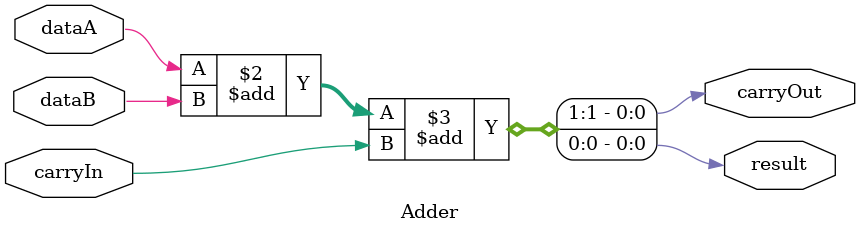
<source format=v>

/******************************************************************************
 **                                                                          **
 ** Component : Adder                                                        **
 **                                                                          **
 *****************************************************************************/

module Adder( carryIn, carryOut, dataA, dataB, result );

   // Parameters are declared here
   parameter extendedBits = 1;
   parameter nrOfBits = 1;

   // Validate parameters
   initial begin
      if (nrOfBits <= 0) begin
         $display("Error: nrOfBits must be greater than 0.");
         $finish;
      end
      if (extendedBits <= 0) begin
         $display("Error: extendedBits must be greater than 0.");
         $finish;
      end
   end

   // Inputs using the parameters in their declarations
   input carryIn;
   input [nrOfBits-1:0] dataA;
   input [nrOfBits-1:0] dataB;

   // Outputs using the parameters in their declarations
   output reg carryOut;
   output reg [nrOfBits-1:0] result;

   // Combinational logic for addition
   always @* begin
      {carryOut, result} = dataA + dataB + carryIn;
   end

endmodule

</source>
